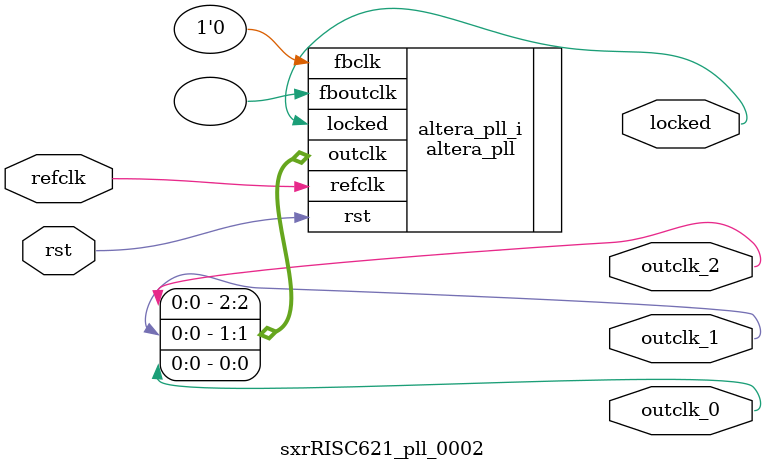
<source format=v>
`timescale 1ns/10ps
module  sxrRISC621_pll_0002(

	// interface 'refclk'
	input wire refclk,

	// interface 'reset'
	input wire rst,

	// interface 'outclk0'
	output wire outclk_0,

	// interface 'outclk1'
	output wire outclk_1,

	// interface 'outclk2'
	output wire outclk_2,

	// interface 'locked'
	output wire locked
);

	altera_pll #(
		.fractional_vco_multiplier("false"),
		.reference_clock_frequency("50.0 MHz"),
		.operation_mode("direct"),
		.number_of_clocks(3),
		.output_clock_frequency0("50.000000 MHz"),
		.phase_shift0("0 ps"),
		.duty_cycle0(50),
		.output_clock_frequency1("50.000000 MHz"),
		.phase_shift1("1667 ps"),
		.duty_cycle1(50),
		.output_clock_frequency2("50.000000 MHz"),
		.phase_shift2("3333 ps"),
		.duty_cycle2(50),
		.output_clock_frequency3("0 MHz"),
		.phase_shift3("0 ps"),
		.duty_cycle3(50),
		.output_clock_frequency4("0 MHz"),
		.phase_shift4("0 ps"),
		.duty_cycle4(50),
		.output_clock_frequency5("0 MHz"),
		.phase_shift5("0 ps"),
		.duty_cycle5(50),
		.output_clock_frequency6("0 MHz"),
		.phase_shift6("0 ps"),
		.duty_cycle6(50),
		.output_clock_frequency7("0 MHz"),
		.phase_shift7("0 ps"),
		.duty_cycle7(50),
		.output_clock_frequency8("0 MHz"),
		.phase_shift8("0 ps"),
		.duty_cycle8(50),
		.output_clock_frequency9("0 MHz"),
		.phase_shift9("0 ps"),
		.duty_cycle9(50),
		.output_clock_frequency10("0 MHz"),
		.phase_shift10("0 ps"),
		.duty_cycle10(50),
		.output_clock_frequency11("0 MHz"),
		.phase_shift11("0 ps"),
		.duty_cycle11(50),
		.output_clock_frequency12("0 MHz"),
		.phase_shift12("0 ps"),
		.duty_cycle12(50),
		.output_clock_frequency13("0 MHz"),
		.phase_shift13("0 ps"),
		.duty_cycle13(50),
		.output_clock_frequency14("0 MHz"),
		.phase_shift14("0 ps"),
		.duty_cycle14(50),
		.output_clock_frequency15("0 MHz"),
		.phase_shift15("0 ps"),
		.duty_cycle15(50),
		.output_clock_frequency16("0 MHz"),
		.phase_shift16("0 ps"),
		.duty_cycle16(50),
		.output_clock_frequency17("0 MHz"),
		.phase_shift17("0 ps"),
		.duty_cycle17(50),
		.pll_type("General"),
		.pll_subtype("General")
	) altera_pll_i (
		.rst	(rst),
		.outclk	({outclk_2, outclk_1, outclk_0}),
		.locked	(locked),
		.fboutclk	( ),
		.fbclk	(1'b0),
		.refclk	(refclk)
	);
endmodule


</source>
